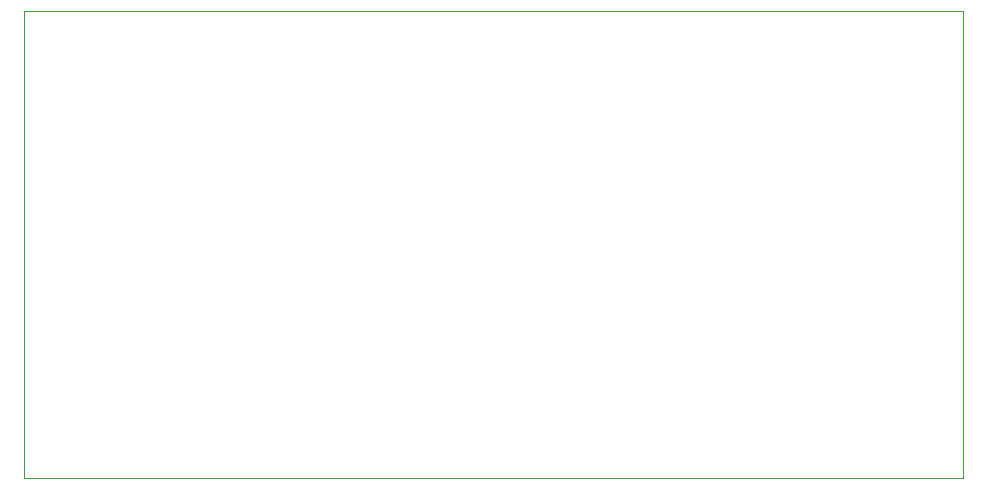
<source format=gbr>
%TF.GenerationSoftware,KiCad,Pcbnew,9.0.2*%
%TF.CreationDate,2025-06-11T22:07:18-07:00*%
%TF.ProjectId,driver,64726976-6572-42e6-9b69-6361645f7063,rev?*%
%TF.SameCoordinates,Original*%
%TF.FileFunction,Profile,NP*%
%FSLAX46Y46*%
G04 Gerber Fmt 4.6, Leading zero omitted, Abs format (unit mm)*
G04 Created by KiCad (PCBNEW 9.0.2) date 2025-06-11 22:07:18*
%MOMM*%
%LPD*%
G01*
G04 APERTURE LIST*
%TA.AperFunction,Profile*%
%ADD10C,0.050000*%
%TD*%
G04 APERTURE END LIST*
D10*
X100000000Y-100000000D02*
X179500000Y-100000000D01*
X179500000Y-139500000D01*
X100000000Y-139500000D01*
X100000000Y-100000000D01*
M02*

</source>
